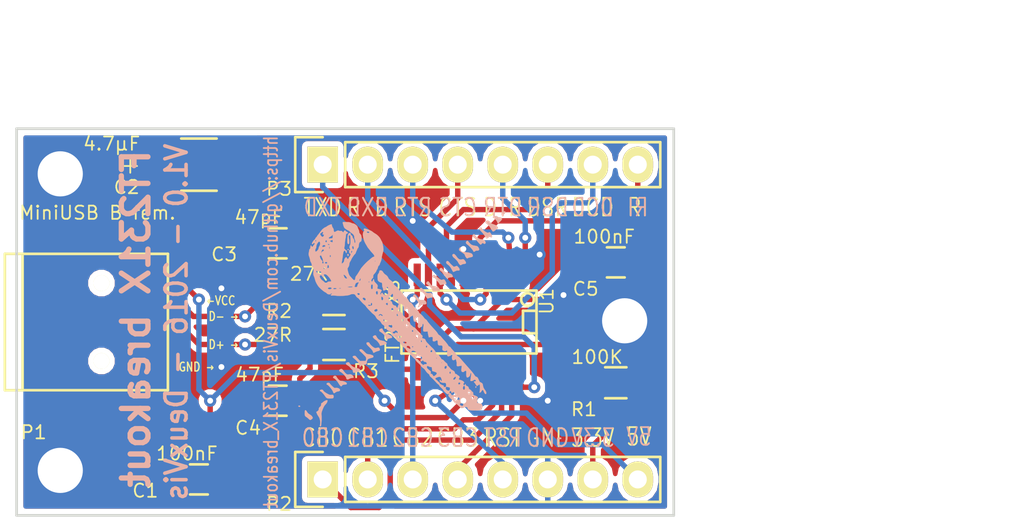
<source format=kicad_pcb>
(kicad_pcb (version 4) (host pcbnew 4.0.2+dfsg1-stable)
  (layers (0 F.Cu signal) (31 B.Cu signal) (34 B.Paste user) (35 F.Paste user) (36 B.SilkS user) (37 F.SilkS user) (38 B.Mask user) (39 F.Mask user) (44 Edge.Cuts user))
  (net 0 "")
  (net 1 VCC)
  (net 2 GND)
  (net 3 "Net-(C3-Pad1)")
  (net 4 "Net-(C4-Pad1)")
  (net 5 VCCIO)
  (net 6 "Net-(P1-Pad4)")
  (net 7 CBUS0)
  (net 8 CBUS1)
  (net 9 CBUS2)
  (net 10 CBUS3)
  (net 11 RESET)
  (net 12 TXD)
  (net 13 RXD)
  (net 14 RTS)
  (net 15 CTS)
  (net 16 DTR)
  (net 17 DSR)
  (net 18 DCD)
  (net 19 "Net-(R2-Pad1)")
  (net 20 "Net-(R3-Pad1)")
  (net 21 RI)
  (module Capacitors_SMD:C_0805_HandSoldering (layer F.Cu) (at 155.575 111.76 180)
    (fp_text reference C1 (at 3.025 -0.64 180) (layer F.SilkS) (effects (font (size 0.75 0.75) (thickness 0.1))))
    (fp_text value 100nF (at 0.675 1.46 180) (layer F.SilkS) (effects (font (size 0.75 0.75) (thickness 0.1))))
    (pad 1 smd rect (at -1.25 0 180) (size 1.5 1.25) (layers F.Cu F.Paste F.Mask) (net 1 VCC))
    (pad 2 smd rect (at 1.25 0 180) (size 1.5 1.25) (layers F.Cu F.Paste F.Mask) (net 2 GND))
  )
  (module Capacitors_SMD:C_1210_HandSoldering (layer F.Cu) (at 155.575 93.98)
    (fp_text reference C2 (at -4.075 1.27) (layer F.SilkS) (effects (font (size 0.75 0.75) (thickness 0.1))))
    (fp_text value 4.7µF (at -4.925 -1.18) (layer F.SilkS) (effects (font (size 0.75 0.75) (thickness 0.1))))
    (pad 1 smd rect (at -2 0) (size 2 2.5) (layers F.Cu F.Paste F.Mask) (net 1 VCC))
    (pad 2 smd rect (at 2 0) (size 2 2.5) (layers F.Cu F.Paste F.Mask) (net 2 GND))
  )
  (module Capacitors_SMD:C_0805_HandSoldering (layer F.Cu) (at 160.02 98.425 180)
    (fp_text reference C3 (at 3.02 -0.625 180) (layer F.SilkS) (effects (font (size 0.75 0.75) (thickness 0.1))))
    (fp_text value 47pF (at 1.07 1.475 180) (layer F.SilkS) (effects (font (size 0.75 0.75) (thickness 0.1))))
    (pad 1 smd rect (at -1.25 0 180) (size 1.5 1.25) (layers F.Cu F.Paste F.Mask) (net 3 "Net-(C3-Pad1)"))
    (pad 2 smd rect (at 1.25 0 180) (size 1.5 1.25) (layers F.Cu F.Paste F.Mask) (net 2 GND))
  )
  (module Capacitors_SMD:C_0805_HandSoldering (layer F.Cu) (at 160.02 107.315 180)
    (fp_text reference C4 (at 1.67 -1.535 180) (layer F.SilkS) (effects (font (size 0.75 0.75) (thickness 0.1))))
    (fp_text value 47pF (at 1.02 1.465 180) (layer F.SilkS) (effects (font (size 0.75 0.75) (thickness 0.1))))
    (pad 1 smd rect (at -1.25 0 180) (size 1.5 1.25) (layers F.Cu F.Paste F.Mask) (net 4 "Net-(C4-Pad1)"))
    (pad 2 smd rect (at 1.25 0 180) (size 1.5 1.25) (layers F.Cu F.Paste F.Mask) (net 2 GND))
  )
  (module Capacitors_SMD:C_0805_HandSoldering (layer F.Cu) (at 179.1 99.5 180)
    (fp_text reference C5 (at 1.7 -1.5 180) (layer F.SilkS) (effects (font (size 0.75 0.75) (thickness 0.1))))
    (fp_text value 100nF (at 0.65 1.45 180) (layer F.SilkS) (effects (font (size 0.75 0.75) (thickness 0.1))))
    (pad 1 smd rect (at -1.25 0 180) (size 1.5 1.25) (layers F.Cu F.Paste F.Mask) (net 2 GND))
    (pad 2 smd rect (at 1.25 0 180) (size 1.5 1.25) (layers F.Cu F.Paste F.Mask) (net 5 VCCIO))
  )
  (module Connect:USB_Mini-B (layer F.Cu) (at 149.225 102.87)
    (fp_text reference P1 (at -2.975 6.23) (layer F.SilkS) (effects (font (size 0.75 0.75) (thickness 0.1))))
    (fp_text value "MiniUSB B fem." (at 0.625 -6.17) (layer F.SilkS) (effects (font (size 0.75 0.75) (thickness 0.1))))
    (pad 1 smd rect (at 3.44932 -1.6002) (size 2.30124 0.50038) (layers F.Cu F.Paste F.Mask) (net 1 VCC))
    (pad 2 smd rect (at 3.44932 -0.8001) (size 2.30124 0.50038) (layers F.Cu F.Paste F.Mask) (net 3 "Net-(C3-Pad1)"))
    (pad 3 smd rect (at 3.44932 0) (size 2.30124 0.50038) (layers F.Cu F.Paste F.Mask) (net 4 "Net-(C4-Pad1)"))
    (pad 4 smd rect (at 3.44932 0.8001) (size 2.30124 0.50038) (layers F.Cu F.Paste F.Mask) (net 6 "Net-(P1-Pad4)"))
    (pad 5 smd rect (at 3.44932 1.6002) (size 2.30124 0.50038) (layers F.Cu F.Paste F.Mask) (net 2 GND))
    (pad 6 smd rect (at 3.35026 -4.45008) (size 2.49936 1.99898) (layers F.Cu F.Paste F.Mask) (net 2 GND))
    (pad 6 smd rect (at -2.14884 -4.45008) (size 2.49936 1.99898) (layers F.Cu F.Paste F.Mask) (net 2 GND))
    (pad 6 smd rect (at 3.35026 4.45008) (size 2.49936 1.99898) (layers F.Cu F.Paste F.Mask) (net 2 GND))
    (pad 6 smd rect (at -2.14884 4.45008) (size 2.49936 1.99898) (layers F.Cu F.Paste F.Mask) (net 2 GND))
    (pad "" np_thru_hole circle (at 0.8509 -2.19964) (size 0.89916 0.89916) (drill 0.89916) (layers *.Cu *.Mask F.SilkS))
    (pad "" np_thru_hole circle (at 0.8509 2.19964) (size 0.89916 0.89916) (drill 0.89916) (layers *.Cu *.Mask F.SilkS))
  )
  (module Pin_Headers:Pin_Header_Straight_1x08 (layer F.Cu) (at 162.56 111.76 90)
    (fp_text reference P2 (at -1.39 -2.46 180) (layer F.SilkS) (effects (font (size 0.75 0.75) (thickness 0.1))))
    (fp_text value CONN_01X08 hide)
    (pad 1 thru_hole rect (at 0 0 90) (size 2.032 1.7272) (drill 1.016) (layers *.Cu *.Mask F.SilkS) (net 7 CBUS0))
    (pad 2 thru_hole oval (at 0 2.54 90) (size 2.032 1.7272) (drill 1.016) (layers *.Cu *.Mask F.SilkS) (net 8 CBUS1))
    (pad 3 thru_hole oval (at 0 5.08 90) (size 2.032 1.7272) (drill 1.016) (layers *.Cu *.Mask F.SilkS) (net 9 CBUS2))
    (pad 4 thru_hole oval (at 0 7.62 90) (size 2.032 1.7272) (drill 1.016) (layers *.Cu *.Mask F.SilkS) (net 10 CBUS3))
    (pad 5 thru_hole oval (at 0 10.16 90) (size 2.032 1.7272) (drill 1.016) (layers *.Cu *.Mask F.SilkS) (net 11 RESET))
    (pad 6 thru_hole oval (at 0 12.7 90) (size 2.032 1.7272) (drill 1.016) (layers *.Cu *.Mask F.SilkS) (net 2 GND))
    (pad 7 thru_hole oval (at 0 15.24 90) (size 2.032 1.7272) (drill 1.016) (layers *.Cu *.Mask F.SilkS) (net 5 VCCIO))
    (pad 8 thru_hole oval (at 0 17.78 90) (size 2.032 1.7272) (drill 1.016) (layers *.Cu *.Mask F.SilkS) (net 1 VCC))
  )
  (module Pin_Headers:Pin_Header_Straight_1x08 (layer F.Cu) (at 162.56 93.98 90)
    (fp_text reference P3 (at -1.37 -2.46 180) (layer F.SilkS) (effects (font (size 0.75 0.75) (thickness 0.1))))
    (fp_text value CONN_01X08 hide)
    (pad 1 thru_hole rect (at 0 0 90) (size 2.032 1.7272) (drill 1.016) (layers *.Cu *.Mask F.SilkS) (net 12 TXD))
    (pad 2 thru_hole oval (at 0 2.54 90) (size 2.032 1.7272) (drill 1.016) (layers *.Cu *.Mask F.SilkS) (net 13 RXD))
    (pad 3 thru_hole oval (at 0 5.08 90) (size 2.032 1.7272) (drill 1.016) (layers *.Cu *.Mask F.SilkS) (net 14 RTS))
    (pad 4 thru_hole oval (at 0 7.62 90) (size 2.032 1.7272) (drill 1.016) (layers *.Cu *.Mask F.SilkS) (net 15 CTS))
    (pad 5 thru_hole oval (at 0 10.16 90) (size 2.032 1.7272) (drill 1.016) (layers *.Cu *.Mask F.SilkS) (net 16 DTR))
    (pad 6 thru_hole oval (at 0 12.7 90) (size 2.032 1.7272) (drill 1.016) (layers *.Cu *.Mask F.SilkS) (net 17 DSR))
    (pad 7 thru_hole oval (at 0 15.24 90) (size 2.032 1.7272) (drill 1.016) (layers *.Cu *.Mask F.SilkS) (net 18 DCD))
    (pad 8 thru_hole oval (at 0 17.78 90) (size 2.032 1.7272) (drill 1.016) (layers *.Cu *.Mask F.SilkS) (net 21 RI))
  )
  (module Resistors_SMD:R_0805_HandSoldering (layer F.Cu) (at 163.195 101.6 180)
    (fp_text reference R2 (at 3.095 -0.65 180) (layer F.SilkS) (effects (font (size 0.75 0.75) (thickness 0.1))))
    (fp_text value 27R (at 1.395 1.45 180) (layer F.SilkS) (effects (font (size 0.75 0.75) (thickness 0.1))))
    (pad 1 smd rect (at -1.35 0 180) (size 1.5 1.3) (layers F.Cu F.Paste F.Mask) (net 19 "Net-(R2-Pad1)"))
    (pad 2 smd rect (at 1.35 0 180) (size 1.5 1.3) (layers F.Cu F.Paste F.Mask) (net 3 "Net-(C3-Pad1)"))
  )
  (module Resistors_SMD:R_0805_HandSoldering (layer F.Cu) (at 163.195 104.14 180)
    (fp_text reference R3 (at -1.805 -1.51 180) (layer F.SilkS) (effects (font (size 0.75 0.75) (thickness 0.1))))
    (fp_text value 27R (at 3.445 0.54 180) (layer F.SilkS) (effects (font (size 0.75 0.75) (thickness 0.1))))
    (pad 1 smd rect (at -1.35 0 180) (size 1.5 1.3) (layers F.Cu F.Paste F.Mask) (net 20 "Net-(R3-Pad1)"))
    (pad 2 smd rect (at 1.35 0 180) (size 1.5 1.3) (layers F.Cu F.Paste F.Mask) (net 4 "Net-(C4-Pad1)"))
  )
  (module SMD_Packages:SSOP-20 (layer F.Cu) (at 170.815 102.87 180)
    (fp_text reference U1 (at -4.385 1.17 270) (layer F.SilkS) (effects (font (size 0.75 0.75) (thickness 0.1))))
    (fp_text value FT231XS (at 4.315 0.02 270) (layer F.SilkS) (effects (font (size 0.75 0.75) (thickness 0.1))))
    (pad 1 smd rect (at -2.921 2.667 180) (size 0.4064 1.27) (layers F.Cu F.Paste F.Mask) (net 16 DTR))
    (pad 2 smd rect (at -2.286 2.667 180) (size 0.4064 1.27) (layers F.Cu F.Paste F.Mask) (net 14 RTS))
    (pad 3 smd rect (at -1.6256 2.667 180) (size 0.4064 1.27) (layers F.Cu F.Paste F.Mask) (net 5 VCCIO))
    (pad 4 smd rect (at -0.9652 2.667 180) (size 0.4064 1.27) (layers F.Cu F.Paste F.Mask) (net 13 RXD))
    (pad 5 smd rect (at -0.3302 2.667 180) (size 0.4064 1.27) (layers F.Cu F.Paste F.Mask) (net 21 RI))
    (pad 6 smd rect (at 0.3302 2.667 180) (size 0.4064 1.27) (layers F.Cu F.Paste F.Mask) (net 2 GND))
    (pad 7 smd rect (at 0.9906 2.667 180) (size 0.4064 1.27) (layers F.Cu F.Paste F.Mask) (net 17 DSR))
    (pad 8 smd rect (at 1.6256 2.667 180) (size 0.4064 1.27) (layers F.Cu F.Paste F.Mask) (net 18 DCD))
    (pad 9 smd rect (at 2.286 2.667 180) (size 0.4064 1.27) (layers F.Cu F.Paste F.Mask) (net 15 CTS))
    (pad 10 smd rect (at 2.921 2.667 180) (size 0.4064 1.27) (layers F.Cu F.Paste F.Mask) (net 9 CBUS2))
    (pad 11 smd rect (at 2.921 -2.667 180) (size 0.4064 1.27) (layers F.Cu F.Paste F.Mask) (net 20 "Net-(R3-Pad1)"))
    (pad 12 smd rect (at 2.286 -2.667 180) (size 0.4064 1.27) (layers F.Cu F.Paste F.Mask) (net 19 "Net-(R2-Pad1)"))
    (pad 13 smd rect (at 1.6256 -2.667 180) (size 0.4064 1.27) (layers F.Cu F.Paste F.Mask) (net 5 VCCIO))
    (pad 14 smd rect (at 0.9906 -2.667 180) (size 0.4064 1.27) (layers F.Cu F.Paste F.Mask) (net 11 RESET))
    (pad 15 smd rect (at 0.3302 -2.667 180) (size 0.4064 1.27) (layers F.Cu F.Paste F.Mask) (net 1 VCC))
    (pad 16 smd rect (at -0.3302 -2.667 180) (size 0.4064 1.27) (layers F.Cu F.Paste F.Mask) (net 2 GND))
    (pad 17 smd rect (at -0.9652 -2.667 180) (size 0.4064 1.27) (layers F.Cu F.Paste F.Mask) (net 8 CBUS1))
    (pad 18 smd rect (at -1.6256 -2.667 180) (size 0.4064 1.27) (layers F.Cu F.Paste F.Mask) (net 7 CBUS0))
    (pad 19 smd rect (at -2.286 -2.667 180) (size 0.4064 1.27) (layers F.Cu F.Paste F.Mask) (net 10 CBUS3))
    (pad 20 smd rect (at -2.921 -2.667 180) (size 0.4064 1.27) (layers F.Cu F.Paste F.Mask) (net 12 TXD))
  )
  (module Resistors_SMD:R_0805_HandSoldering (layer F.Cu) (at 179.1 106.3 180)
    (fp_text reference R1 (at 1.8 -1.5 180) (layer F.SilkS) (effects (font (size 0.75 0.75) (thickness 0.1))))
    (fp_text value 100K (at 1.05 1.45 180) (layer F.SilkS) (effects (font (size 0.75 0.75) (thickness 0.1))))
    (pad 1 smd rect (at -1.35 0 180) (size 1.5 1.3) (layers F.Cu F.Paste F.Mask) (net 5 VCCIO))
    (pad 2 smd rect (at 1.35 0 180) (size 1.5 1.3) (layers F.Cu F.Paste F.Mask) (net 11 RESET))
  )
  (module Logo:DeuxVis_big (layer B.Cu) (at 166.878 102.616 270)
    (fp_text reference G*** hide)
    (fp_text value LOGO hide)
  )
  (gr_text CB0 (at 162.56 109.4105) (layer F.SilkS) (effects (font (size 1 0.8) (thickness 0.1))))
  (gr_text CB1 (at 165.1 109.4105) (layer F.SilkS) (effects (font (size 1 0.8) (thickness 0.1))))
  (gr_text CB2 (at 167.64 109.4105) (layer F.SilkS) (effects (font (size 1 0.8) (thickness 0.1))))
  (gr_text CB3 (at 170.18 109.4105) (layer F.SilkS) (effects (font (size 1 0.8) (thickness 0.1))))
  (gr_text RST (at 172.72 109.4105) (layer F.SilkS) (effects (font (size 1 0.8) (thickness 0.1))))
  (gr_text GND (at 175.26 109.4105) (layer F.SilkS) (effects (font (size 1 0.8) (thickness 0.1))))
  (gr_text 3.3V (at 177.8 109.4105) (layer F.SilkS) (effects (font (size 1 0.75) (thickness 0.1))))
  (gr_text 5V (at 180.4035 109.347) (layer F.SilkS) (effects (font (size 1 0.8) (thickness 0.1))))
  (gr_text RI (at 180.34 96.393) (layer F.SilkS) (effects (font (size 1 0.8) (thickness 0.1))))
  (gr_text DCD (at 177.8 96.393) (layer F.SilkS) (effects (font (size 1 0.8) (thickness 0.1))))
  (gr_text DSR (at 175.26 96.393) (layer F.SilkS) (effects (font (size 1 0.8) (thickness 0.1))))
  (gr_text DTR (at 172.72 96.393) (layer F.SilkS) (effects (font (size 1 0.8) (thickness 0.1))))
  (gr_text CTS (at 170.18 96.393) (layer F.SilkS) (effects (font (size 1 0.8) (thickness 0.1))))
  (gr_text RTS (at 167.64 96.393) (layer F.SilkS) (effects (font (size 1 0.8) (thickness 0.1))))
  (gr_text RXD (at 165.1 96.393) (layer F.SilkS) (effects (font (size 1 0.8) (thickness 0.1))))
  (gr_text TXD (at 162.56 96.393) (layer F.SilkS) (effects (font (size 1 0.8) (thickness 0.1))))
  (gr_text + (at 151.7015 93.98) (layer F.SilkS) (effects (font (size 1 1) (thickness 0.1))))
  (gr_text CB3 (at 170.18 109.4105) (layer B.SilkS) (effects (font (size 1 0.8) (thickness 0.1)) (justify mirror)))
  (gr_text CB2 (at 167.64 109.4105) (layer B.SilkS) (effects (font (size 1 0.8) (thickness 0.1)) (justify mirror)))
  (gr_text CB1 (at 165.1 109.4105) (layer B.SilkS) (effects (font (size 1 0.8) (thickness 0.1)) (justify mirror)))
  (gr_text CB0 (at 162.56 109.4105) (layer B.SilkS) (effects (font (size 1 0.8) (thickness 0.1)) (justify mirror)))
  (gr_text RST (at 172.72 109.4105) (layer B.SilkS) (effects (font (size 1 0.8) (thickness 0.1)) (justify mirror)))
  (gr_text GND (at 175.26 109.4105) (layer B.SilkS) (effects (font (size 1 0.8) (thickness 0.1)) (justify mirror)))
  (gr_text 3.3V (at 177.8 109.4105) (layer B.SilkS) (effects (font (size 1 0.75) (thickness 0.1)) (justify mirror)))
  (gr_text 5V (at 180.4035 109.347) (layer B.SilkS) (effects (font (size 1 0.8) (thickness 0.1)) (justify mirror)))
  (gr_text RI (at 180.34 96.393) (layer B.SilkS) (effects (font (size 1 0.8) (thickness 0.1)) (justify mirror)))
  (gr_text DCD (at 177.8 96.393) (layer B.SilkS) (effects (font (size 1 0.8) (thickness 0.1)) (justify mirror)))
  (gr_text DSR (at 175.26 96.393) (layer B.SilkS) (effects (font (size 1 0.8) (thickness 0.1)) (justify mirror)))
  (gr_text DTR (at 172.72 96.393) (layer B.SilkS) (effects (font (size 1 0.8) (thickness 0.1)) (justify mirror)))
  (gr_text CTS (at 170.18 96.393) (layer B.SilkS) (effects (font (size 1 0.8) (thickness 0.1)) (justify mirror)))
  (gr_text RTS (at 167.64 96.393) (layer B.SilkS) (effects (font (size 1 0.8) (thickness 0.1)) (justify mirror)))
  (gr_text RXD (at 165.1 96.393) (layer B.SilkS) (effects (font (size 1 0.8) (thickness 0.1)) (justify mirror)))
  (gr_text TXD (at 162.56 96.393) (layer B.SilkS) (effects (font (size 1 0.8) (thickness 0.1)) (justify mirror)))
  (gr_text https://github.com/DeuxVis/FT231X_breakout (at 159.639 102.87 90) (layer B.SilkS) (effects (font (size 0.75 0.6) (thickness 0.1)) (justify mirror)))
  (gr_text "V1.0 - 2016 - DeuxVis" (at 154.305 102.87 90) (layer B.SilkS) (effects (font (size 1.2 1.1) (thickness 0.2)) (justify mirror)))
  (gr_text "FT231X breakout" (at 152.019 102.6795 90) (layer B.SilkS) (effects (font (size 1.5 1.5) (thickness 0.3)) (justify mirror)))
  (gr_text "D+ →" (at 156.972 104.14) (layer F.SilkS) (effects (font (size 0.5 0.4) (thickness 0.075))))
  (gr_text "D- →" (at 156.972 102.5525) (layer F.SilkS) (effects (font (size 0.5 0.4) (thickness 0.075))))
  (gr_text " ←VCC" (at 156.6545 101.6635) (layer F.SilkS) (effects (font (size 0.5 0.4) (thickness 0.075))))
  (gr_text "GND →" (at 155.448 105.41) (layer F.SilkS) (effects (font (size 0.5 0.4) (thickness 0.075))))
  (gr_line (start 182.372 91.948) (end 145.288 91.948) (angle 90) (layer Edge.Cuts) (width 0.15))
  (gr_line (start 182.372 113.792) (end 182.372 91.948) (angle 90) (layer Edge.Cuts) (width 0.15))
  (gr_line (start 145.288 113.792) (end 182.372 113.792) (angle 90) (layer Edge.Cuts) (width 0.15))
  (gr_line (start 145.288 91.948) (end 145.288 113.792) (angle 90) (layer Edge.Cuts) (width 0.15))
  (segment (start 171.1325 108.0135) (end 174.0535 108.0135) (width 0.3048) (layer B.Cu) (net 1))
  (segment (start 170.4975 107.3785) (end 171.1325 108.0135) (width 0.3048) (layer B.Cu) (net 1))
  (via (at 170.4975 107.315) (size 0.6858) (drill 0.3302) (layers F.Cu B.Cu) (net 1))
  (segment (start 170.4975 107.315) (end 170.4975 107.3785) (width 0.3048) (layer B.Cu) (net 1))
  (segment (start 178.3715 109.7915) (end 180.34 111.76) (width 0.3048) (layer B.Cu) (net 1))
  (segment (start 175.8315 109.7915) (end 178.3715 109.7915) (width 0.3048) (layer B.Cu) (net 1))
  (segment (start 174.0535 108.0135) (end 175.8315 109.7915) (width 0.3048) (layer B.Cu) (net 1))
  (segment (start 156.21 107.315) (end 157.7975 105.7275) (width 0.3048) (layer B.Cu) (net 1))
  (segment (start 170.4975 107.315) (end 170.4975 105.5497) (width 0.3048) (layer F.Cu) (net 1))
  (segment (start 169.545 108.2675) (end 170.4975 107.315) (width 0.3048) (layer F.Cu) (net 1))
  (segment (start 166.0525 107.315) (end 167.005 108.2675) (width 0.3048) (layer F.Cu) (net 1))
  (segment (start 167.005 108.2675) (end 169.545 108.2675) (width 0.3048) (layer F.Cu) (net 1))
  (via (at 166.0525 107.315) (size 0.6858) (drill 0.3302) (layers F.Cu B.Cu) (net 1))
  (segment (start 164.7825 105.7275) (end 166.0525 107.315) (width 0.3048) (layer B.Cu) (net 1))
  (segment (start 157.7975 105.7275) (end 164.7825 105.7275) (width 0.3048) (layer B.Cu) (net 1))
  (segment (start 170.4975 105.5497) (end 170.4848 105.537) (width 0.3048) (layer F.Cu) (net 1))
  (via (at 156.21 107.315) (size 0.6858) (drill 0.3302) (layers F.Cu B.Cu) (net 1))
  (segment (start 154.94 100.965) (end 155.575 101.6) (width 0.3048) (layer F.Cu) (net 1))
  (segment (start 155.575 106.68) (end 156.21 107.315) (width 0.3048) (layer B.Cu) (net 1))
  (segment (start 155.575 101.6) (end 155.575 106.68) (width 0.3048) (layer B.Cu) (net 1))
  (via (at 155.575 101.6) (size 0.6858) (drill 0.3302) (layers F.Cu B.Cu) (net 1))
  (segment (start 154.94 100.965) (end 154.94 95.885) (width 0.3048) (layer F.Cu) (net 1))
  (segment (start 154.6225 101.2825) (end 154.94 100.965) (width 0.3048) (layer F.Cu) (net 1))
  (segment (start 152.67432 101.2698) (end 154.6225 101.2825) (width 0.3048) (layer F.Cu) (net 1))
  (segment (start 154.94 95.885) (end 153.67 94.615) (width 0.3048) (layer F.Cu) (net 1))
  (segment (start 156.21 109.22) (end 156.845 109.855) (width 0.3048) (layer F.Cu) (net 1))
  (segment (start 156.21 107.315) (end 156.21 109.22) (width 0.3048) (layer F.Cu) (net 1))
  (segment (start 156.845 109.855) (end 156.845 111.76) (width 0.3048) (layer F.Cu) (net 1))
  (segment (start 149.1 95.848) (end 149.098 95.848) (width 0.3048) (layer B.Cu) (net 2))
  (segment (start 149.098 95.848) (end 147.75 94.5) (width 0.3048) (layer B.Cu) (net 2))
  (segment (start 147.8 94.55) (end 147.75 94.5) (width 0.3048) (layer F.Cu) (net 2))
  (segment (start 147.07616 97.22384) (end 147.8 96.5) (width 0.3048) (layer F.Cu) (net 2))
  (segment (start 147.8 96.5) (end 147.8 96.1) (width 0.3048) (layer F.Cu) (net 2))
  (segment (start 147.07616 98.41992) (end 147.07616 97.22384) (width 0.3048) (layer F.Cu) (net 2))
  (via (at 147.75 94.5) (size 2.9) (drill 2.55) (layers F.Cu B.Cu) (net 2))
  (segment (start 147.8 96.1) (end 147.8 94.55) (width 0.3048) (layer F.Cu) (net 2))
  (segment (start 180.35 99.5) (end 180.35 100.35) (width 0.3048) (layer F.Cu) (net 2))
  (segment (start 179.6 101.1) (end 179.6 102.8) (width 0.3048) (layer F.Cu) (net 2))
  (segment (start 180.35 100.35) (end 179.6 101.1) (width 0.3048) (layer F.Cu) (net 2))
  (segment (start 147.7 111.3) (end 147.75 111.25) (width 0.3048) (layer B.Cu) (net 2))
  (segment (start 147.7 111.3) (end 147.75 111.25) (width 0.3048) (layer B.Cu) (net 2))
  (segment (start 147.75 111.25) (end 147.75 109.65) (width 0.3048) (layer B.Cu) (net 2))
  (segment (start 147.75 109.65) (end 148 109.4) (width 0.3048) (layer B.Cu) (net 2))
  (via (at 147.75 111.25) (size 2.9) (drill 2.55) (layers F.Cu B.Cu) (net 2))
  (segment (start 148 109.4) (end 149.098 108.302) (width 0.3048) (layer B.Cu) (net 2))
  (segment (start 149.1 95.848) (end 149.6 95.848) (width 0.3048) (layer B.Cu) (net 2))
  (segment (start 149.6 95.848) (end 149.9 95.848) (width 0.3048) (layer B.Cu) (net 2))
  (segment (start 149.9 95.848) (end 150.6 95.848) (width 0.3048) (layer B.Cu) (net 2))
  (segment (start 150.6 95.848) (end 151.728 95.848) (width 0.3048) (layer B.Cu) (net 2))
  (segment (start 149.098 108.302) (end 149.098 96.8) (width 0.3048) (layer B.Cu) (net 2))
  (segment (start 149.098 96.8) (end 149.098 95.848) (width 0.3048) (layer B.Cu) (net 2))
  (segment (start 179.6 102.8) (end 178 102.8) (width 0.3048) (layer B.Cu) (net 2))
  (segment (start 177.603 102.8) (end 176.149 101.346) (width 0.3048) (layer B.Cu) (net 2))
  (via (at 179.6 102.8) (size 2.9) (drill 2.55) (layers F.Cu B.Cu) (net 2))
  (segment (start 178 102.8) (end 177.603 102.8) (width 0.3048) (layer B.Cu) (net 2))
  (segment (start 151.728 95.848) (end 156.845 100.965) (width 0.3048) (layer B.Cu) (net 2))
  (segment (start 156.21 106.045) (end 155.575 106.045) (width 0.3048) (layer F.Cu) (net 2))
  (segment (start 155.575 106.045) (end 154.94 105.41) (width 0.3048) (layer F.Cu) (net 2))
  (segment (start 154.325 111.76) (end 148.26 111.76) (width 0.3048) (layer F.Cu) (net 2))
  (segment (start 148.26 111.76) (end 147.75 111.25) (width 0.3048) (layer F.Cu) (net 2))
  (segment (start 147.07616 110.57616) (end 147.75 111.25) (width 0.3048) (layer F.Cu) (net 2))
  (segment (start 147.07616 110.57616) (end 147.07616 109.6) (width 0.3048) (layer F.Cu) (net 2))
  (segment (start 147.07616 109.6) (end 147.07616 107.32008) (width 0.3048) (layer F.Cu) (net 2))
  (segment (start 175.26 102.235) (end 176.149 101.346) (width 0.3048) (layer B.Cu) (net 2))
  (via (at 176.149 101.346) (size 0.6858) (drill 0.3302) (layers F.Cu B.Cu) (net 2))
  (segment (start 175.26 102.235) (end 175.26 107.315) (width 0.3048) (layer B.Cu) (net 2))
  (segment (start 176.159 101.336) (end 176.149 101.346) (width 0.3048) (layer F.Cu) (net 2))
  (segment (start 180.35 99.5) (end 180.35 98.7525) (width 0.3048) (layer F.Cu) (net 2))
  (segment (start 172.4025 98.7425) (end 172.72 99.06) (width 0.3048) (layer B.Cu) (net 2))
  (segment (start 172.72 99.06) (end 174.8028 99.06) (width 0.3048) (layer B.Cu) (net 2))
  (via (at 174.8028 99.06) (size 0.6858) (drill 0.3302) (layers F.Cu B.Cu) (net 2))
  (segment (start 174.8028 99.06) (end 175.4632 98.3996) (width 0.3048) (layer F.Cu) (net 2))
  (segment (start 175.4632 98.3996) (end 180.0225 98.425) (width 0.3048) (layer F.Cu) (net 2))
  (segment (start 172.4025 98.7425) (end 170.4975 98.7425) (width 0.3048) (layer B.Cu) (net 2))
  (segment (start 180.35 98.7525) (end 180.0225 98.425) (width 0.3048) (layer F.Cu) (net 2))
  (segment (start 152.67432 104.4702) (end 154.0002 104.4702) (width 0.3048) (layer F.Cu) (net 2))
  (segment (start 154.0002 104.4702) (end 154.94 105.41) (width 0.3048) (layer F.Cu) (net 2))
  (segment (start 154.94 109.22) (end 154.305 109.855) (width 0.3048) (layer F.Cu) (net 2))
  (segment (start 154.305 109.855) (end 154.305 111.76) (width 0.3048) (layer F.Cu) (net 2))
  (segment (start 154.94 105.41) (end 154.94 107.315) (width 0.3048) (layer F.Cu) (net 2))
  (segment (start 154.94 107.315) (end 154.94 109.22) (width 0.3048) (layer F.Cu) (net 2))
  (segment (start 157.48 107.315) (end 156.21 106.045) (width 0.3048) (layer F.Cu) (net 2))
  (segment (start 156.845 105.41) (end 156.21 106.045) (width 0.3048) (layer F.Cu) (net 2))
  (via (at 156.845 105.41) (size 0.6858) (drill 0.3302) (layers F.Cu B.Cu) (net 2))
  (segment (start 156.845 100.965) (end 156.845 105.41) (width 0.3048) (layer B.Cu) (net 2))
  (via (at 156.845 100.965) (size 0.6858) (drill 0.3302) (layers F.Cu B.Cu) (net 2))
  (segment (start 156.825 99.715) (end 156.825 100.945) (width 0.3048) (layer F.Cu) (net 2))
  (segment (start 156.825 100.945) (end 156.845 100.965) (width 0.3048) (layer F.Cu) (net 2))
  (segment (start 156.845 94.615) (end 156.825 99.715) (width 0.3048) (layer F.Cu) (net 2))
  (segment (start 171.1452 105.537) (end 171.1452 107.0102) (width 0.3048) (layer F.Cu) (net 2))
  (segment (start 171.1452 107.0102) (end 171.45 107.315) (width 0.3048) (layer F.Cu) (net 2))
  (via (at 171.45 107.315) (size 0.6858) (drill 0.3302) (layers F.Cu B.Cu) (net 2))
  (segment (start 171.45 107.315) (end 175.26 107.315) (width 0.3048) (layer B.Cu) (net 2))
  (segment (start 175.26 107.6325) (end 175.26 111.76) (width 0.3048) (layer F.Cu) (net 2))
  (via (at 175.26 107.315) (size 0.6858) (drill 0.3302) (layers F.Cu B.Cu) (net 2))
  (segment (start 175.26 107.315) (end 175.26 107.6325) (width 0.3048) (layer F.Cu) (net 2))
  (segment (start 163.195 97.155) (end 160.04 97.155) (width 0.3048) (layer F.Cu) (net 2))
  (segment (start 160.04 97.155) (end 158.77 98.425) (width 0.3048) (layer F.Cu) (net 2))
  (segment (start 167.64 97.155) (end 163.195 97.155) (width 0.3048) (layer F.Cu) (net 2))
  (via (at 167.64 97.155) (size 0.6858) (drill 0.3302) (layers F.Cu B.Cu) (net 2))
  (segment (start 168.91 98.425) (end 167.64 97.155) (width 0.3048) (layer B.Cu) (net 2))
  (segment (start 170.18 98.425) (end 168.91 98.425) (width 0.3048) (layer B.Cu) (net 2))
  (segment (start 170.4975 98.7425) (end 170.18 98.425) (width 0.3048) (layer B.Cu) (net 2))
  (segment (start 170.4848 98.7552) (end 170.4975 98.7425) (width 0.3048) (layer F.Cu) (net 2))
  (segment (start 170.4848 100.203) (end 170.4848 98.7552) (width 0.3048) (layer F.Cu) (net 2))
  (via (at 170.4975 98.7425) (size 0.6858) (drill 0.3302) (layers F.Cu B.Cu) (net 2))
  (segment (start 158.77 98.425) (end 158.115 98.425) (width 0.3048) (layer F.Cu) (net 2))
  (segment (start 158.115 98.425) (end 156.825 99.715) (width 0.3048) (layer F.Cu) (net 2))
  (segment (start 158.77 107.315) (end 157.48 107.315) (width 0.3048) (layer F.Cu) (net 2))
  (segment (start 161.845 101.6) (end 159.131 101.6) (width 0.3048) (layer F.Cu) (net 3))
  (segment (start 158.1785 102.5525) (end 157.48 102.5525) (width 0.3048) (layer F.Cu) (net 3))
  (segment (start 154.7749 102.0699) (end 152.67432 102.0699) (width 0.3048) (layer F.Cu) (net 3))
  (segment (start 155.2575 102.5525) (end 157.48 102.5525) (width 0.3048) (layer F.Cu) (net 3))
  (segment (start 154.7749 102.0699) (end 155.2575 102.5525) (width 0.3048) (layer F.Cu) (net 3))
  (via (at 158.1785 102.5525) (size 0.6858) (drill 0.3302) (layers F.Cu B.Cu) (net 3))
  (segment (start 159.131 101.6) (end 158.1785 102.5525) (width 0.3048) (layer F.Cu) (net 3))
  (segment (start 161.27 98.425) (end 161.27 99.675) (width 0.3048) (layer F.Cu) (net 3))
  (segment (start 161.845 100.25) (end 161.845 101.6) (width 0.3048) (layer F.Cu) (net 3))
  (segment (start 161.27 99.675) (end 161.845 100.25) (width 0.3048) (layer F.Cu) (net 3))
  (via (at 158.1785 104.14) (size 0.6858) (drill 0.3302) (layers F.Cu B.Cu) (net 4))
  (segment (start 152.67432 102.87) (end 154.305 102.87) (width 0.3048) (layer F.Cu) (net 4))
  (segment (start 155.575 104.14) (end 158.1785 104.14) (width 0.3048) (layer F.Cu) (net 4))
  (segment (start 158.1785 104.14) (end 161.845 104.14) (width 0.3048) (layer F.Cu) (net 4))
  (segment (start 154.305 102.87) (end 155.575 104.14) (width 0.3048) (layer F.Cu) (net 4))
  (segment (start 161.845 104.14) (end 161.845 105.49) (width 0.3048) (layer F.Cu) (net 4))
  (segment (start 161.27 106.065) (end 161.27 107.315) (width 0.3048) (layer F.Cu) (net 4))
  (segment (start 161.845 105.49) (end 161.27 106.065) (width 0.3048) (layer F.Cu) (net 4))
  (segment (start 178.5 105) (end 177.263 105) (width 0.3048) (layer F.Cu) (net 5))
  (segment (start 176.784 104.521) (end 176.763 104.5) (width 0.3048) (layer F.Cu) (net 5))
  (segment (start 176.763 104.5) (end 175.514 103.251) (width 0.3048) (layer F.Cu) (net 5))
  (segment (start 171.069 103.251) (end 175.514 103.251) (width 0.3048) (layer F.Cu) (net 5))
  (segment (start 179.25 105.75) (end 178.5 105) (width 0.3048) (layer F.Cu) (net 5))
  (segment (start 179.25 105.75) (end 179.8 106.3) (width 0.3048) (layer F.Cu) (net 5))
  (segment (start 177.263 105) (end 176.784 104.521) (width 0.3048) (layer F.Cu) (net 5))
  (segment (start 180.45 106.3) (end 179.8 106.3) (width 0.3048) (layer F.Cu) (net 5))
  (segment (start 177.85 99.5) (end 177.05 99.5) (width 0.3048) (layer F.Cu) (net 5))
  (segment (start 176.55 100) (end 174.95 101.6) (width 0.3048) (layer F.Cu) (net 5))
  (segment (start 174.95 101.6) (end 172.72 101.6) (width 0.3048) (layer F.Cu) (net 5))
  (segment (start 177.05 99.5) (end 176.55 100) (width 0.3048) (layer F.Cu) (net 5))
  (segment (start 171.069 103.251) (end 169.799 103.251) (width 0.3048) (layer F.Cu) (net 5))
  (segment (start 169.1894 103.8606) (end 169.1894 105.537) (width 0.3048) (layer F.Cu) (net 5))
  (segment (start 169.799 103.251) (end 169.1894 103.8606) (width 0.3048) (layer F.Cu) (net 5))
  (segment (start 180.45 106.3) (end 180.45 107.205) (width 0.3048) (layer F.Cu) (net 5))
  (segment (start 177.8 109.855) (end 180.34 107.315) (width 0.3048) (layer F.Cu) (net 5))
  (segment (start 177.8 109.855) (end 177.8 111.76) (width 0.3048) (layer F.Cu) (net 5))
  (segment (start 180.45 107.205) (end 180.34 107.315) (width 0.3048) (layer F.Cu) (net 5))
  (segment (start 172.085 102.235) (end 172.72 101.6) (width 0.3048) (layer F.Cu) (net 5))
  (segment (start 171.069 103.251) (end 172.085 102.235) (width 0.3048) (layer F.Cu) (net 5))
  (segment (start 177.85 99.5) (end 177.83 99.5) (width 0.3048) (layer F.Cu) (net 5))
  (segment (start 172.4406 101.2444) (end 172.72 101.6) (width 0.3048) (layer F.Cu) (net 5))
  (segment (start 172.4406 100.203) (end 172.4406 101.2444) (width 0.3048) (layer F.Cu) (net 5))
  (segment (start 180.37 106.47) (end 180.2 106.3) (width 0.3048) (layer F.Cu) (net 5))
  (segment (start 180.37 106.13) (end 180.2 106.3) (width 0.3048) (layer F.Cu) (net 5))
  (segment (start 172.4406 105.537) (end 172.4406 106.5276) (width 0.3048) (layer F.Cu) (net 7))
  (segment (start 164.1475 113.3475) (end 162.56 111.76) (width 0.3048) (layer F.Cu) (net 7))
  (segment (start 165.735 113.3475) (end 164.1475 113.3475) (width 0.3048) (layer F.Cu) (net 7))
  (segment (start 166.37 112.7125) (end 165.735 113.3475) (width 0.3048) (layer F.Cu) (net 7))
  (segment (start 166.37 109.855) (end 166.37 112.7125) (width 0.3048) (layer F.Cu) (net 7))
  (segment (start 166.6875 109.5375) (end 166.37 109.855) (width 0.3048) (layer F.Cu) (net 7))
  (segment (start 170.815 109.5375) (end 166.6875 109.5375) (width 0.3048) (layer F.Cu) (net 7))
  (segment (start 171.0055 109.5375) (end 170.815 109.5375) (width 0.3048) (layer F.Cu) (net 7))
  (segment (start 172.6565 107.8865) (end 171.0055 109.5375) (width 0.3048) (layer F.Cu) (net 7))
  (segment (start 172.6565 106.7435) (end 172.6565 107.8865) (width 0.3048) (layer F.Cu) (net 7))
  (segment (start 172.4406 106.5276) (end 172.6565 106.7435) (width 0.3048) (layer F.Cu) (net 7))
  (segment (start 171.7802 105.537) (end 171.7802 106.6292) (width 0.3048) (layer F.Cu) (net 8))
  (segment (start 170.4975 108.3945) (end 169.9895 108.9025) (width 0.3048) (layer F.Cu) (net 8))
  (segment (start 171.323 108.3945) (end 170.4975 108.3945) (width 0.3048) (layer F.Cu) (net 8))
  (segment (start 172.1485 107.569) (end 171.323 108.3945) (width 0.3048) (layer F.Cu) (net 8))
  (segment (start 172.1485 106.9975) (end 172.1485 107.569) (width 0.3048) (layer F.Cu) (net 8))
  (segment (start 171.7802 106.6292) (end 172.1485 106.9975) (width 0.3048) (layer F.Cu) (net 8))
  (segment (start 165.1 111.76) (end 165.1 109.22) (width 0.3048) (layer F.Cu) (net 8))
  (segment (start 165.4175 108.9025) (end 165.1 109.22) (width 0.3048) (layer F.Cu) (net 8))
  (segment (start 169.9895 108.9025) (end 165.4175 108.9025) (width 0.3048) (layer F.Cu) (net 8))
  (segment (start 167.64 111.76) (end 167.64 101.6) (width 0.3048) (layer B.Cu) (net 9))
  (segment (start 167.894 101.346) (end 167.894 100.203) (width 0.3048) (layer F.Cu) (net 9))
  (segment (start 167.64 101.6) (end 167.894 101.346) (width 0.3048) (layer F.Cu) (net 9))
  (via (at 167.64 101.6) (size 0.6858) (drill 0.3302) (layers F.Cu B.Cu) (net 9))
  (segment (start 170.18 111.76) (end 170.18 111.1885) (width 0.3048) (layer F.Cu) (net 10))
  (segment (start 170.18 111.1885) (end 173.228 108.1405) (width 0.3048) (layer F.Cu) (net 10))
  (segment (start 173.101 106.3625) (end 173.101 105.537) (width 0.3048) (layer F.Cu) (net 10))
  (segment (start 173.228 106.4895) (end 173.101 106.3625) (width 0.3048) (layer F.Cu) (net 10))
  (segment (start 173.228 108.1405) (end 173.228 106.4895) (width 0.3048) (layer F.Cu) (net 10))
  (segment (start 170.18 111.76) (end 170.4975 111.76) (width 0.3048) (layer F.Cu) (net 10))
  (segment (start 177.75 106.3) (end 176.912 106.3) (width 0.3048) (layer F.Cu) (net 11))
  (segment (start 176.412 105.8) (end 176.022 105.41) (width 0.3048) (layer F.Cu) (net 11))
  (segment (start 176.022 105.41) (end 176.022 104.521) (width 0.3048) (layer F.Cu) (net 11))
  (segment (start 176.022 104.521) (end 175.641 104.14) (width 0.3048) (layer F.Cu) (net 11))
  (segment (start 175.641 104.14) (end 170.18 104.14) (width 0.3048) (layer F.Cu) (net 11))
  (segment (start 169.8244 104.4956) (end 169.8244 105.537) (width 0.3048) (layer F.Cu) (net 11))
  (segment (start 170.18 104.14) (end 169.8244 104.4956) (width 0.3048) (layer F.Cu) (net 11))
  (segment (start 176.912 106.3) (end 176.412 105.8) (width 0.3048) (layer F.Cu) (net 11))
  (segment (start 172.72 111.76) (end 172.701528 110.807858) (width 0.3048) (layer B.Cu) (net 11))
  (segment (start 169.8244 106.7181) (end 169.8244 105.537) (width 0.3048) (layer F.Cu) (net 11))
  (segment (start 168.91 107.315) (end 169.8244 106.7181) (width 0.3048) (layer F.Cu) (net 11))
  (via (at 168.91 107.315) (size 0.6858) (drill 0.3302) (layers F.Cu B.Cu) (net 11))
  (segment (start 172.701528 110.807858) (end 168.91 107.315) (width 0.3048) (layer B.Cu) (net 11))
  (segment (start 172.701528 110.807858) (end 172.701528 110.807858) (width 0.3048) (layer B.Cu) (net 11))
  (segment (start 178 105.835) (end 178 106.3) (width 0.3048) (layer F.Cu) (net 11))
  (segment (start 173.736 105.537) (end 173.736 106.426) (width 0.3048) (layer F.Cu) (net 12))
  (via (at 174.498 106.553) (size 0.6858) (drill 0.3302) (layers F.Cu B.Cu) (net 12))
  (segment (start 173.863 106.553) (end 174.498 106.553) (width 0.3048) (layer F.Cu) (net 12))
  (segment (start 173.736 106.426) (end 173.863 106.553) (width 0.3048) (layer F.Cu) (net 12))
  (segment (start 174.498 104.521) (end 174.498 104.298) (width 0.3048) (layer B.Cu) (net 12))
  (segment (start 174.498 106.553) (end 174.498 104.521) (width 0.3048) (layer B.Cu) (net 12))
  (segment (start 173.9 103.7) (end 170.375 103.7) (width 0.3048) (layer B.Cu) (net 12))
  (segment (start 174.498 104.298) (end 173.9 103.7) (width 0.3048) (layer B.Cu) (net 12))
  (segment (start 170.375 103.7) (end 168.5925 101.9175) (width 0.3048) (layer B.Cu) (net 12))
  (segment (start 168.5925 101.9175) (end 168.5925 101.2825) (width 0.3048) (layer B.Cu) (net 12))
  (segment (start 168.5925 101.2825) (end 162.56 95.25) (width 0.3048) (layer B.Cu) (net 12))
  (segment (start 162.56 93.98) (end 162.56 95.25) (width 0.3048) (layer B.Cu) (net 12))
  (segment (start 171.7802 100.203) (end 171.7802 101.2698) (width 0.3048) (layer F.Cu) (net 13))
  (segment (start 165.1 95.885) (end 165.1 93.98) (width 0.3048) (layer B.Cu) (net 13))
  (segment (start 171.45 101.6) (end 170.4975 101.6) (width 0.3048) (layer B.Cu) (net 13))
  (segment (start 170.4975 101.6) (end 165.1 95.885) (width 0.3048) (layer B.Cu) (net 13))
  (via (at 171.45 101.6) (size 0.6858) (drill 0.3302) (layers F.Cu B.Cu) (net 13))
  (segment (start 171.7802 101.2698) (end 171.45 101.6) (width 0.3048) (layer F.Cu) (net 13))
  (segment (start 173.0375 98.1075) (end 172.72 97.79) (width 0.3048) (layer B.Cu) (net 14))
  (segment (start 167.64 95.885) (end 169.8625 97.79) (width 0.3048) (layer B.Cu) (net 14))
  (via (at 173.0375 98.1075) (size 0.6858) (drill 0.3302) (layers F.Cu B.Cu) (net 14))
  (segment (start 173.0375 98.1075) (end 173.101 98.806) (width 0.3048) (layer F.Cu) (net 14))
  (segment (start 173.101 100.203) (end 173.101 98.806) (width 0.3048) (layer F.Cu) (net 14))
  (segment (start 167.64 95.885) (end 167.64 93.98) (width 0.3048) (layer B.Cu) (net 14))
  (segment (start 172.72 97.79) (end 169.8625 97.79) (width 0.3048) (layer B.Cu) (net 14))
  (segment (start 170.18 93.98) (end 170.18 95.885) (width 0.3048) (layer F.Cu) (net 15))
  (segment (start 168.529 98.806) (end 168.529 100.203) (width 0.3048) (layer F.Cu) (net 15))
  (segment (start 170.18 95.885) (end 168.529 97.536) (width 0.3048) (layer F.Cu) (net 15))
  (segment (start 168.529 97.536) (end 168.529 98.806) (width 0.3048) (layer F.Cu) (net 15))
  (segment (start 173.99 98.1075) (end 173.99 99.949) (width 0.3048) (layer F.Cu) (net 16))
  (segment (start 172.72 95.885) (end 173.99 97.155) (width 0.3048) (layer B.Cu) (net 16))
  (segment (start 173.99 97.155) (end 173.99 98.1075) (width 0.3048) (layer B.Cu) (net 16))
  (via (at 173.99 98.1075) (size 0.6858) (drill 0.3302) (layers F.Cu B.Cu) (net 16))
  (segment (start 172.72 93.98) (end 172.72 95.885) (width 0.3048) (layer B.Cu) (net 16))
  (segment (start 173.99 99.949) (end 173.736 100.203) (width 0.3048) (layer F.Cu) (net 16))
  (segment (start 169.545 97.4725) (end 169.545 99.06) (width 0.3048) (layer F.Cu) (net 17))
  (segment (start 175.26 93.98) (end 175.26 95.885) (width 0.3048) (layer F.Cu) (net 17))
  (segment (start 174.625 96.52) (end 170.4975 96.52) (width 0.3048) (layer F.Cu) (net 17))
  (segment (start 175.26 95.885) (end 174.625 96.52) (width 0.3048) (layer F.Cu) (net 17))
  (segment (start 170.4975 96.52) (end 169.545 97.4725) (width 0.3048) (layer F.Cu) (net 17))
  (segment (start 169.8244 99.3394) (end 169.8244 100.203) (width 0.3048) (layer F.Cu) (net 17))
  (segment (start 169.545 99.06) (end 169.8244 99.3394) (width 0.3048) (layer F.Cu) (net 17))
  (segment (start 169.8625 100.1649) (end 169.8244 100.203) (width 0.3048) (layer F.Cu) (net 17))
  (segment (start 177.8 93.98) (end 177.8 95.885) (width 0.3048) (layer B.Cu) (net 18))
  (segment (start 169.1894 101.2444) (end 169.545 101.6) (width 0.3048) (layer F.Cu) (net 18))
  (via (at 169.545 101.6) (size 0.6858) (drill 0.3302) (layers F.Cu B.Cu) (net 18))
  (segment (start 169.1894 101.2444) (end 169.1894 100.203) (width 0.3048) (layer F.Cu) (net 18))
  (segment (start 170.307 102.362) (end 169.545 101.6) (width 0.3048) (layer B.Cu) (net 18))
  (segment (start 173.228 102.362) (end 170.307 102.362) (width 0.3048) (layer B.Cu) (net 18))
  (segment (start 175.514 100.076) (end 173.228 102.362) (width 0.3048) (layer B.Cu) (net 18))
  (segment (start 175.514 96.647) (end 175.514 100.076) (width 0.3048) (layer B.Cu) (net 18))
  (segment (start 176.022 96.139) (end 175.514 96.647) (width 0.3048) (layer B.Cu) (net 18))
  (segment (start 177.546 96.139) (end 176.022 96.139) (width 0.3048) (layer B.Cu) (net 18))
  (segment (start 177.8 95.885) (end 177.546 96.139) (width 0.3048) (layer B.Cu) (net 18))
  (segment (start 164.545 101.6) (end 166.37 101.6) (width 0.3048) (layer F.Cu) (net 19))
  (segment (start 168.529 103.759) (end 168.529 105.537) (width 0.3048) (layer F.Cu) (net 19))
  (segment (start 166.37 101.6) (end 168.529 103.759) (width 0.3048) (layer F.Cu) (net 19))
  (segment (start 164.545 104.14) (end 165.1 104.14) (width 0.25) (layer F.Cu) (net 20))
  (segment (start 165.1 104.14) (end 166.497 105.537) (width 0.3048) (layer F.Cu) (net 20))
  (segment (start 166.497 105.537) (end 167.894 105.537) (width 0.3048) (layer F.Cu) (net 20))
  (segment (start 171.45 98.1075) (end 171.45 99.06) (width 0.3048) (layer F.Cu) (net 21))
  (segment (start 180.34 95.885) (end 178.7525 97.155) (width 0.3048) (layer F.Cu) (net 21))
  (segment (start 178.7525 97.155) (end 172.4025 97.155) (width 0.3048) (layer F.Cu) (net 21))
  (segment (start 172.4025 97.155) (end 171.45 98.1075) (width 0.3048) (layer F.Cu) (net 21))
  (segment (start 180.34 93.98) (end 180.34 95.885) (width 0.3048) (layer F.Cu) (net 21))
  (segment (start 171.1325 99.3775) (end 171.1325 100.1903) (width 0.3048) (layer F.Cu) (net 21))
  (segment (start 171.45 99.06) (end 171.1325 99.3775) (width 0.3048) (layer F.Cu) (net 21))
  (segment (start 171.1325 100.1903) (end 171.1452 100.203) (width 0.3048) (layer F.Cu) (net 21))
  (zone (net 2) (net_name GND) (layer F.Cu) (connect_pads (clearance 0.3048)) (min_thickness 0.254) (fill yes (arc_segments 16) (thermal_gap 0.3048) (thermal_bridge_width 0.3048))
    (polygon (pts (xy 182.372 113.792) (xy 145.288 113.792) (xy 145.288 91.948) (xy 182.372 91.948)))
  )
  (zone (net 2) (net_name GND) (layer B.Cu) (connect_pads (clearance 0.3048)) (min_thickness 0.254) (fill yes (arc_segments 16) (thermal_gap 0.3048) (thermal_bridge_width 0.3048))
    (polygon (pts (xy 182.372 113.792) (xy 145.288 113.792) (xy 145.288 91.948) (xy 182.372 91.948)))
  )
)
</source>
